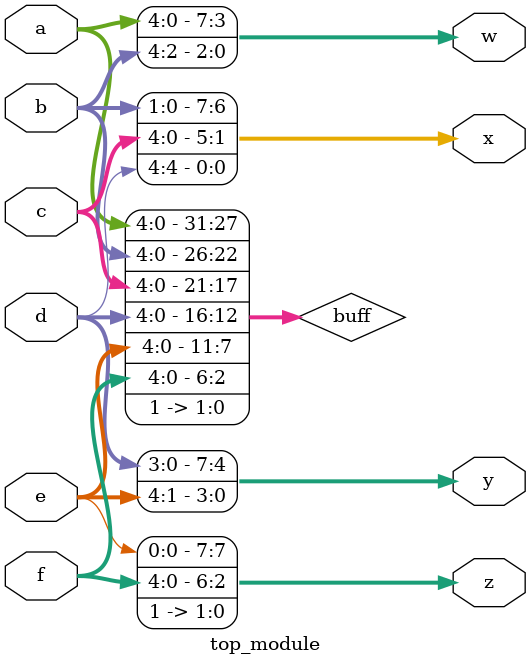
<source format=v>
module top_module (
    input [4:0] a, b, c, d, e, f,
    output [7:0] w, x, y, z );//

    // assign { ... } = { ... };
    reg [31:0] buff ;
	assign {buff} = {a,b,c,d,e,f,2'b11};
    assign {w,x,y,z} = {buff[31:24],buff[23:16],buff[15:8],buff[7:0]};

endmodule

</source>
